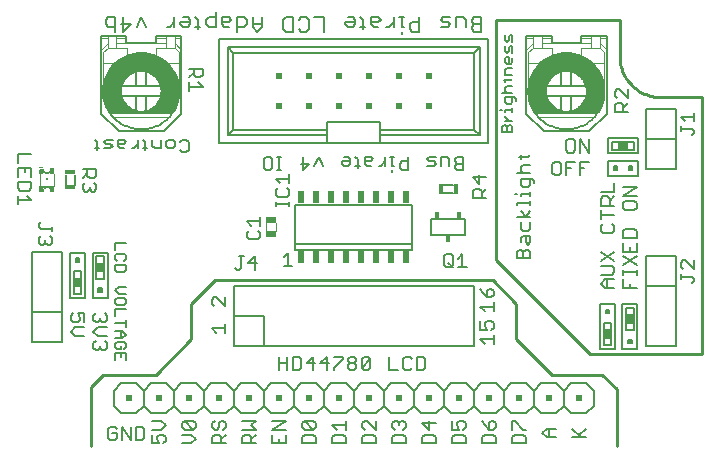
<source format=gto>
G75*
G70*
%OFA0B0*%
%FSLAX24Y24*%
%IPPOS*%
%LPD*%
%AMOC8*
5,1,8,0,0,1.08239X$1,22.5*
%
%ADD10C,0.0080*%
%ADD11C,0.0060*%
%ADD12C,0.0050*%
%ADD13C,0.0100*%
%ADD14R,0.0200X0.0200*%
%ADD15R,0.0193X0.0433*%
%ADD16C,0.0040*%
%ADD17R,0.0128X0.0197*%
%ADD18R,0.0059X0.0098*%
%ADD19R,0.0157X0.0069*%
%ADD20R,0.0079X0.0079*%
%ADD21R,0.0118X0.0118*%
%ADD22R,0.0128X0.0030*%
%ADD23R,0.0340X0.0160*%
%ADD24R,0.0374X0.0197*%
%ADD25R,0.0374X0.0197*%
%ADD26R,0.0180X0.0230*%
%ADD27R,0.0160X0.0340*%
D10*
X013711Y005947D02*
X013711Y006367D01*
X013711Y006157D02*
X013991Y006157D01*
X013991Y006367D02*
X013991Y005947D01*
X014171Y005947D02*
X014381Y005947D01*
X014451Y006017D01*
X014451Y006297D01*
X014381Y006367D01*
X014171Y006367D01*
X014171Y005947D01*
X014632Y006157D02*
X014842Y006367D01*
X014842Y005947D01*
X014912Y006157D02*
X014632Y006157D01*
X015092Y006157D02*
X015372Y006157D01*
X015302Y005947D02*
X015302Y006367D01*
X015092Y006157D01*
X015552Y006017D02*
X015552Y005947D01*
X015552Y006017D02*
X015833Y006297D01*
X015833Y006367D01*
X015552Y006367D01*
X016013Y006297D02*
X016013Y006227D01*
X016083Y006157D01*
X016223Y006157D01*
X016293Y006087D01*
X016293Y006017D01*
X016223Y005947D01*
X016083Y005947D01*
X016013Y006017D01*
X016013Y006087D01*
X016083Y006157D01*
X016223Y006157D02*
X016293Y006227D01*
X016293Y006297D01*
X016223Y006367D01*
X016083Y006367D01*
X016013Y006297D01*
X016473Y006297D02*
X016473Y006017D01*
X016753Y006297D01*
X016753Y006017D01*
X016683Y005947D01*
X016543Y005947D01*
X016473Y006017D01*
X016473Y006297D02*
X016543Y006367D01*
X016683Y006367D01*
X016753Y006297D01*
X017394Y006367D02*
X017394Y005947D01*
X017674Y005947D01*
X017854Y006017D02*
X017924Y005947D01*
X018064Y005947D01*
X018134Y006017D01*
X018314Y005947D02*
X018525Y005947D01*
X018595Y006017D01*
X018595Y006297D01*
X018525Y006367D01*
X018314Y006367D01*
X018314Y005947D01*
X017854Y006017D02*
X017854Y006297D01*
X017924Y006367D01*
X018064Y006367D01*
X018134Y006297D01*
X021651Y009657D02*
X021651Y009868D01*
X021721Y009938D01*
X021791Y009938D01*
X021861Y009868D01*
X021861Y009657D01*
X022071Y009657D02*
X022071Y009868D01*
X022001Y009938D01*
X021931Y009938D01*
X021861Y009868D01*
X022071Y009657D02*
X021651Y009657D01*
X021791Y010188D02*
X021791Y010328D01*
X021861Y010398D01*
X022071Y010398D01*
X022071Y010188D01*
X022001Y010118D01*
X021931Y010188D01*
X021931Y010398D01*
X022001Y010578D02*
X022071Y010648D01*
X022071Y010858D01*
X022071Y011039D02*
X021651Y011039D01*
X021791Y010858D02*
X021791Y010648D01*
X021861Y010578D01*
X022001Y010578D01*
X021931Y011039D02*
X021791Y011249D01*
X021651Y011422D02*
X021651Y011492D01*
X022071Y011492D01*
X022071Y011422D02*
X022071Y011562D01*
X022071Y011729D02*
X022071Y011869D01*
X022071Y011799D02*
X021791Y011799D01*
X021791Y011729D01*
X021651Y011799D02*
X021580Y011799D01*
X021861Y012036D02*
X021791Y012106D01*
X021791Y012316D01*
X022141Y012316D01*
X022211Y012246D01*
X022211Y012176D01*
X022071Y012106D02*
X022071Y012316D01*
X022071Y012496D02*
X021651Y012496D01*
X021791Y012566D02*
X021791Y012706D01*
X021861Y012777D01*
X022071Y012777D01*
X022001Y013027D02*
X021721Y013027D01*
X021791Y012957D02*
X021791Y013097D01*
X022001Y013027D02*
X022071Y013097D01*
X021791Y012566D02*
X021861Y012496D01*
X022071Y012106D02*
X022001Y012036D01*
X021861Y012036D01*
X022071Y011249D02*
X021931Y011039D01*
X019854Y012606D02*
X019644Y012606D01*
X019574Y012676D01*
X019574Y012746D01*
X019644Y012817D01*
X019854Y012817D01*
X019854Y013027D02*
X019854Y012606D01*
X019644Y012817D02*
X019574Y012887D01*
X019574Y012957D01*
X019644Y013027D01*
X019854Y013027D01*
X019394Y012957D02*
X019394Y012746D01*
X019394Y012957D02*
X019324Y013027D01*
X019114Y013027D01*
X019114Y012746D01*
X018934Y012817D02*
X018864Y012746D01*
X018653Y012746D01*
X018723Y012887D02*
X018653Y012957D01*
X018723Y013027D01*
X018934Y013027D01*
X018864Y012887D02*
X018934Y012817D01*
X018864Y012887D02*
X018723Y012887D01*
X018013Y012887D02*
X017803Y012887D01*
X017733Y012817D01*
X017733Y012676D01*
X017803Y012606D01*
X018013Y012606D01*
X018013Y013027D01*
X017553Y013027D02*
X017412Y013027D01*
X017483Y013027D02*
X017483Y012746D01*
X017553Y012746D01*
X017483Y012606D02*
X017483Y012536D01*
X017246Y012746D02*
X017246Y013027D01*
X017246Y012887D02*
X017106Y012746D01*
X017036Y012746D01*
X016792Y012746D02*
X016652Y012746D01*
X016582Y012817D01*
X016582Y013027D01*
X016792Y013027D01*
X016862Y012957D01*
X016792Y012887D01*
X016582Y012887D01*
X016402Y012746D02*
X016262Y012746D01*
X016332Y012676D02*
X016332Y012957D01*
X016262Y013027D01*
X016095Y012957D02*
X016095Y012817D01*
X016025Y012746D01*
X015885Y012746D01*
X015815Y012817D01*
X015815Y012887D01*
X016095Y012887D01*
X016095Y012957D02*
X016025Y013027D01*
X015885Y013027D01*
X015174Y012746D02*
X015034Y013027D01*
X014894Y012746D01*
X014714Y012817D02*
X014434Y012817D01*
X014504Y013027D02*
X014504Y012606D01*
X014714Y012817D01*
X013793Y013027D02*
X013653Y013027D01*
X013723Y013027D02*
X013723Y012606D01*
X013793Y012606D02*
X013653Y012606D01*
X013486Y012676D02*
X013486Y012957D01*
X013416Y013027D01*
X013276Y013027D01*
X013206Y012957D01*
X013206Y012676D01*
X013276Y012606D01*
X013416Y012606D01*
X013486Y012676D01*
X010696Y013263D02*
X010696Y013543D01*
X010626Y013613D01*
X010486Y013613D01*
X010416Y013543D01*
X010236Y013543D02*
X010166Y013613D01*
X010025Y013613D01*
X009955Y013543D01*
X009955Y013403D01*
X010025Y013333D01*
X010166Y013333D01*
X010236Y013403D01*
X010236Y013543D01*
X010416Y013263D02*
X010486Y013193D01*
X010626Y013193D01*
X010696Y013263D01*
X009775Y013333D02*
X009565Y013333D01*
X009495Y013403D01*
X009495Y013613D01*
X009245Y013543D02*
X009175Y013613D01*
X009245Y013543D02*
X009245Y013263D01*
X009315Y013333D02*
X009175Y013333D01*
X009008Y013333D02*
X009008Y013613D01*
X009008Y013473D02*
X008868Y013333D01*
X008798Y013333D01*
X008554Y013333D02*
X008414Y013333D01*
X008344Y013403D01*
X008344Y013613D01*
X008554Y013613D01*
X008624Y013543D01*
X008554Y013473D01*
X008344Y013473D01*
X008164Y013403D02*
X008094Y013333D01*
X007884Y013333D01*
X007954Y013473D02*
X007884Y013543D01*
X007954Y013613D01*
X008164Y013613D01*
X008094Y013473D02*
X008164Y013403D01*
X008094Y013473D02*
X007954Y013473D01*
X007704Y013333D02*
X007564Y013333D01*
X007634Y013263D02*
X007634Y013543D01*
X007564Y013613D01*
X009775Y013613D02*
X009775Y013333D01*
X008527Y017216D02*
X008767Y017457D01*
X008447Y017457D01*
X008252Y017377D02*
X008011Y017377D01*
X007931Y017457D01*
X007931Y017617D01*
X008011Y017697D01*
X008252Y017697D01*
X008252Y017216D01*
X008527Y017216D02*
X008527Y017697D01*
X008963Y017377D02*
X009123Y017697D01*
X009283Y017377D01*
X009988Y017377D02*
X010068Y017377D01*
X010228Y017537D01*
X010228Y017697D02*
X010228Y017377D01*
X010424Y017457D02*
X010424Y017537D01*
X010744Y017537D01*
X010744Y017617D02*
X010744Y017457D01*
X010664Y017377D01*
X010504Y017377D01*
X010424Y017457D01*
X010504Y017697D02*
X010664Y017697D01*
X010744Y017617D01*
X010928Y017697D02*
X011008Y017617D01*
X011008Y017296D01*
X011088Y017377D02*
X010928Y017377D01*
X011283Y017457D02*
X011283Y017617D01*
X011363Y017697D01*
X011603Y017697D01*
X011603Y017857D02*
X011603Y017377D01*
X011363Y017377D01*
X011283Y017457D01*
X011799Y017457D02*
X011799Y017697D01*
X012039Y017697D01*
X012119Y017617D01*
X012039Y017537D01*
X011799Y017537D01*
X011799Y017457D02*
X011879Y017377D01*
X012039Y017377D01*
X012314Y017377D02*
X012554Y017377D01*
X012635Y017457D01*
X012635Y017617D01*
X012554Y017697D01*
X012314Y017697D01*
X012314Y017216D01*
X012830Y017377D02*
X012830Y017697D01*
X012830Y017457D02*
X013150Y017457D01*
X013150Y017377D02*
X012990Y017216D01*
X012830Y017377D01*
X013150Y017377D02*
X013150Y017697D01*
X013861Y017617D02*
X013861Y017296D01*
X013941Y017216D01*
X014181Y017216D01*
X014181Y017697D01*
X013941Y017697D01*
X013861Y017617D01*
X014377Y017617D02*
X014457Y017697D01*
X014617Y017697D01*
X014697Y017617D01*
X014697Y017296D01*
X014617Y017216D01*
X014457Y017216D01*
X014377Y017296D01*
X014892Y017697D02*
X015213Y017697D01*
X015213Y017216D01*
X015924Y017457D02*
X015924Y017537D01*
X016244Y017537D01*
X016244Y017617D02*
X016244Y017457D01*
X016164Y017377D01*
X016004Y017377D01*
X015924Y017457D01*
X016004Y017697D02*
X016164Y017697D01*
X016244Y017617D01*
X016428Y017697D02*
X016508Y017617D01*
X016508Y017296D01*
X016588Y017377D02*
X016428Y017377D01*
X016783Y017457D02*
X016783Y017697D01*
X017023Y017697D01*
X017103Y017617D01*
X017023Y017537D01*
X016783Y017537D01*
X016783Y017457D02*
X016863Y017377D01*
X017023Y017377D01*
X017293Y017377D02*
X017373Y017377D01*
X017533Y017537D01*
X017533Y017697D02*
X017533Y017377D01*
X017797Y017377D02*
X017797Y017697D01*
X017877Y017697D02*
X017717Y017697D01*
X017797Y017377D02*
X017877Y017377D01*
X017797Y017216D02*
X017797Y017136D01*
X018072Y017296D02*
X018072Y017457D01*
X018152Y017537D01*
X018392Y017537D01*
X018392Y017697D02*
X018392Y017216D01*
X018152Y017216D01*
X018072Y017296D01*
X019103Y017377D02*
X019344Y017377D01*
X019424Y017457D01*
X019344Y017537D01*
X019183Y017537D01*
X019103Y017617D01*
X019183Y017697D01*
X019424Y017697D01*
X019619Y017697D02*
X019619Y017377D01*
X019619Y017697D02*
X019859Y017697D01*
X019939Y017617D01*
X019939Y017377D01*
X020135Y017377D02*
X020215Y017457D01*
X020455Y017457D01*
X020455Y017697D02*
X020215Y017697D01*
X020135Y017617D01*
X020135Y017537D01*
X020215Y017457D01*
X020135Y017377D02*
X020135Y017296D01*
X020215Y017216D01*
X020455Y017216D01*
X020455Y017697D01*
D11*
X020682Y016960D02*
X020682Y013495D01*
X017091Y013495D01*
X017091Y014220D01*
X015320Y014220D01*
X015320Y013495D01*
X011729Y013495D01*
X011729Y016960D01*
X020682Y016960D01*
X020410Y016688D02*
X020229Y016507D01*
X020229Y013948D01*
X020410Y013767D01*
X017091Y013767D01*
X017091Y013948D02*
X020229Y013948D01*
X020410Y013767D02*
X020410Y016688D01*
X012001Y016688D01*
X012182Y016507D01*
X012182Y013948D01*
X012001Y013767D01*
X015320Y013767D01*
X015320Y013948D02*
X012182Y013948D01*
X012001Y013767D02*
X012001Y016688D01*
X012182Y016507D02*
X020229Y016507D01*
X021951Y017078D02*
X022796Y017078D01*
X022796Y016842D01*
X023788Y016842D01*
X023788Y017078D01*
X024633Y017078D01*
X024633Y014480D01*
X024042Y013889D01*
X022542Y013889D01*
X021951Y014480D01*
X021951Y017078D01*
X022606Y016296D02*
X022765Y016383D01*
X022934Y016446D01*
X023111Y016484D01*
X023292Y016497D01*
X023292Y015911D01*
X023399Y015902D01*
X023503Y015877D01*
X023602Y015836D01*
X023693Y015780D01*
X023775Y015711D01*
X024464Y015711D01*
X024447Y015755D02*
X024510Y015585D01*
X024549Y015408D01*
X024562Y015228D01*
X024552Y015070D01*
X024523Y014916D01*
X024475Y014766D01*
X024409Y014623D01*
X024325Y014490D01*
X023292Y014490D01*
X023292Y014545D01*
X023399Y014553D01*
X023503Y014578D01*
X023602Y014619D01*
X023693Y014675D01*
X023775Y014745D01*
X023845Y014826D01*
X023901Y014918D01*
X023942Y015017D01*
X023967Y015121D01*
X023975Y015228D01*
X023967Y015335D01*
X023942Y015439D01*
X023901Y015538D01*
X023845Y015629D01*
X023775Y015711D01*
X023825Y015652D02*
X024485Y015652D01*
X024507Y015594D02*
X023866Y015594D01*
X023902Y015535D02*
X024521Y015535D01*
X024534Y015477D02*
X023926Y015477D01*
X023947Y015418D02*
X024547Y015418D01*
X024552Y015360D02*
X023961Y015360D01*
X023955Y015393D02*
X022629Y015393D01*
X022637Y015418D02*
X022037Y015418D01*
X022035Y015408D02*
X022074Y015585D01*
X022137Y015755D01*
X022224Y015914D01*
X022332Y016059D01*
X022461Y016187D01*
X022606Y016296D01*
X023292Y016296D01*
X023978Y016296D01*
X023819Y016383D01*
X023650Y016446D01*
X023473Y016484D01*
X023292Y016497D01*
X023292Y015911D01*
X023185Y015902D01*
X023081Y015877D01*
X022982Y015836D01*
X022890Y015780D01*
X022809Y015711D01*
X022120Y015711D01*
X022099Y015652D02*
X022759Y015652D01*
X022739Y015629D02*
X022683Y015538D01*
X022642Y015439D01*
X022617Y015335D01*
X022609Y015228D01*
X022617Y015121D01*
X022642Y015017D01*
X022683Y014918D01*
X022739Y014826D01*
X022809Y014745D01*
X022890Y014675D01*
X022982Y014619D01*
X023081Y014578D01*
X023185Y014553D01*
X023292Y014545D01*
X023292Y014490D01*
X022259Y014490D01*
X022175Y014623D01*
X022109Y014766D01*
X022060Y014916D01*
X022032Y015070D01*
X022022Y015228D01*
X022035Y015408D01*
X022032Y015360D02*
X022623Y015360D01*
X022615Y015301D02*
X022027Y015301D01*
X022023Y015242D02*
X022610Y015242D01*
X022612Y015184D02*
X022025Y015184D01*
X022028Y015125D02*
X022617Y015125D01*
X022630Y015067D02*
X022032Y015067D01*
X022043Y015008D02*
X022646Y015008D01*
X022629Y015062D02*
X023955Y015062D01*
X023954Y015067D02*
X024552Y015067D01*
X024556Y015125D02*
X023967Y015125D01*
X023972Y015184D02*
X024559Y015184D01*
X024561Y015242D02*
X023974Y015242D01*
X023969Y015301D02*
X024556Y015301D01*
X024541Y015008D02*
X023938Y015008D01*
X023914Y014950D02*
X024530Y014950D01*
X024516Y014891D02*
X023884Y014891D01*
X023849Y014833D02*
X024497Y014833D01*
X024478Y014774D02*
X023800Y014774D01*
X023741Y014716D02*
X024452Y014716D01*
X024425Y014657D02*
X023664Y014657D01*
X023552Y014598D02*
X024394Y014598D01*
X024357Y014540D02*
X023292Y014540D01*
X022227Y014540D01*
X022259Y014490D02*
X024325Y014490D01*
X024896Y014534D02*
X024896Y014754D01*
X024970Y014827D01*
X025117Y014827D01*
X025190Y014754D01*
X025190Y014534D01*
X025190Y014681D02*
X025337Y014827D01*
X025337Y014994D02*
X025043Y015288D01*
X024970Y015288D01*
X024896Y015214D01*
X024896Y015068D01*
X024970Y014994D01*
X025337Y014994D02*
X025337Y015288D01*
X025942Y014653D02*
X025942Y013653D01*
X026942Y013653D01*
X026942Y012653D01*
X025942Y012653D01*
X025942Y013653D01*
X026942Y013653D02*
X026942Y014653D01*
X025942Y014653D01*
X025337Y014534D02*
X024896Y014534D01*
X023457Y014565D02*
X023457Y015062D01*
X022022Y015228D02*
X022024Y015299D01*
X022030Y015370D01*
X022040Y015441D01*
X022054Y015511D01*
X022072Y015580D01*
X022093Y015647D01*
X022119Y015714D01*
X022148Y015779D01*
X022180Y015842D01*
X022217Y015904D01*
X022256Y015963D01*
X022299Y016020D01*
X022345Y016074D01*
X022394Y016126D01*
X022446Y016175D01*
X022500Y016221D01*
X022557Y016264D01*
X022616Y016303D01*
X022678Y016340D01*
X022741Y016372D01*
X022806Y016401D01*
X022873Y016427D01*
X022940Y016448D01*
X023009Y016466D01*
X023079Y016480D01*
X023150Y016490D01*
X023221Y016496D01*
X023292Y016498D01*
X023363Y016496D01*
X023434Y016490D01*
X023505Y016480D01*
X023575Y016466D01*
X023644Y016448D01*
X023711Y016427D01*
X023778Y016401D01*
X023843Y016372D01*
X023906Y016340D01*
X023968Y016303D01*
X024027Y016264D01*
X024084Y016221D01*
X024138Y016175D01*
X024190Y016126D01*
X024239Y016074D01*
X024285Y016020D01*
X024328Y015963D01*
X024367Y015904D01*
X024404Y015842D01*
X024436Y015779D01*
X024465Y015714D01*
X024491Y015647D01*
X024512Y015580D01*
X024530Y015511D01*
X024544Y015441D01*
X024554Y015370D01*
X024560Y015299D01*
X024562Y015228D01*
X024560Y015157D01*
X024554Y015086D01*
X024544Y015015D01*
X024530Y014945D01*
X024512Y014876D01*
X024491Y014809D01*
X024465Y014742D01*
X024436Y014677D01*
X024404Y014614D01*
X024367Y014552D01*
X024328Y014493D01*
X024285Y014436D01*
X024239Y014382D01*
X024190Y014330D01*
X024138Y014281D01*
X024084Y014235D01*
X024027Y014192D01*
X023968Y014153D01*
X023906Y014116D01*
X023843Y014084D01*
X023778Y014055D01*
X023711Y014029D01*
X023644Y014008D01*
X023575Y013990D01*
X023505Y013976D01*
X023434Y013966D01*
X023363Y013960D01*
X023292Y013958D01*
X023221Y013960D01*
X023150Y013966D01*
X023079Y013976D01*
X023009Y013990D01*
X022940Y014008D01*
X022873Y014029D01*
X022806Y014055D01*
X022741Y014084D01*
X022678Y014116D01*
X022616Y014153D01*
X022557Y014192D01*
X022500Y014235D01*
X022446Y014281D01*
X022394Y014330D01*
X022345Y014382D01*
X022299Y014436D01*
X022256Y014493D01*
X022217Y014552D01*
X022180Y014614D01*
X022148Y014677D01*
X022119Y014742D01*
X022093Y014809D01*
X022072Y014876D01*
X022054Y014945D01*
X022040Y015015D01*
X022030Y015086D01*
X022024Y015157D01*
X022022Y015228D01*
X022050Y015477D02*
X022658Y015477D01*
X022682Y015535D02*
X022063Y015535D01*
X022077Y015594D02*
X022718Y015594D01*
X022739Y015629D02*
X022809Y015711D01*
X022878Y015769D02*
X022145Y015769D01*
X022177Y015828D02*
X022968Y015828D01*
X023119Y015886D02*
X022209Y015886D01*
X022247Y015945D02*
X023292Y015945D01*
X024337Y015945D01*
X024360Y015914D02*
X024252Y016059D01*
X024123Y016187D01*
X023978Y016296D01*
X024056Y016238D02*
X023292Y016238D01*
X022528Y016238D01*
X022452Y016179D02*
X023292Y016179D01*
X024132Y016179D01*
X024190Y016121D02*
X023292Y016121D01*
X022394Y016121D01*
X022335Y016062D02*
X023292Y016062D01*
X024249Y016062D01*
X024293Y016004D02*
X023292Y016004D01*
X022291Y016004D01*
X022713Y016355D02*
X023292Y016355D01*
X023871Y016355D01*
X023737Y016413D02*
X023292Y016413D01*
X022847Y016413D01*
X023053Y016472D02*
X023292Y016472D01*
X023531Y016472D01*
X023457Y015890D02*
X023457Y015393D01*
X022609Y015228D02*
X022611Y015280D01*
X022617Y015331D01*
X022627Y015382D01*
X022640Y015432D01*
X022657Y015480D01*
X022678Y015528D01*
X022703Y015573D01*
X022730Y015617D01*
X022761Y015658D01*
X022796Y015697D01*
X022832Y015733D01*
X022872Y015767D01*
X022914Y015797D01*
X022958Y015824D01*
X023004Y015847D01*
X023052Y015867D01*
X023101Y015884D01*
X023151Y015896D01*
X023202Y015905D01*
X023253Y015910D01*
X023305Y015911D01*
X023357Y015908D01*
X023408Y015901D01*
X023458Y015890D01*
X023508Y015876D01*
X023556Y015858D01*
X023603Y015836D01*
X023648Y015811D01*
X023691Y015782D01*
X023732Y015750D01*
X023770Y015716D01*
X023806Y015678D01*
X023838Y015638D01*
X023868Y015595D01*
X023894Y015551D01*
X023917Y015504D01*
X023936Y015456D01*
X023951Y015407D01*
X023963Y015356D01*
X023971Y015305D01*
X023975Y015254D01*
X023975Y015202D01*
X023971Y015151D01*
X023963Y015100D01*
X023951Y015049D01*
X023936Y015000D01*
X023917Y014952D01*
X023894Y014905D01*
X023868Y014861D01*
X023838Y014818D01*
X023806Y014778D01*
X023770Y014740D01*
X023732Y014706D01*
X023691Y014674D01*
X023648Y014645D01*
X023603Y014620D01*
X023556Y014598D01*
X023508Y014580D01*
X023458Y014566D01*
X023408Y014555D01*
X023357Y014548D01*
X023305Y014545D01*
X023253Y014546D01*
X023202Y014551D01*
X023151Y014560D01*
X023101Y014572D01*
X023052Y014589D01*
X023004Y014609D01*
X022958Y014632D01*
X022914Y014659D01*
X022872Y014689D01*
X022832Y014723D01*
X022796Y014759D01*
X022761Y014798D01*
X022730Y014839D01*
X022703Y014883D01*
X022678Y014928D01*
X022657Y014976D01*
X022640Y015024D01*
X022627Y015074D01*
X022617Y015125D01*
X022611Y015176D01*
X022609Y015228D01*
X022670Y014950D02*
X022054Y014950D01*
X022068Y014891D02*
X022700Y014891D01*
X022735Y014833D02*
X022087Y014833D01*
X022106Y014774D02*
X022784Y014774D01*
X022843Y014716D02*
X022132Y014716D01*
X022159Y014657D02*
X022920Y014657D01*
X023032Y014598D02*
X022190Y014598D01*
X023127Y014565D02*
X023127Y015062D01*
X023127Y015393D02*
X023127Y015890D01*
X023465Y015886D02*
X024375Y015886D01*
X024360Y015914D02*
X024447Y015755D01*
X024439Y015769D02*
X023706Y015769D01*
X023616Y015828D02*
X024407Y015828D01*
X027096Y014369D02*
X027537Y014369D01*
X027537Y014223D02*
X027537Y014516D01*
X027243Y014223D02*
X027096Y014369D01*
X027096Y014056D02*
X027096Y013909D01*
X027096Y013982D02*
X027463Y013982D01*
X027537Y013909D01*
X027537Y013836D01*
X027463Y013762D01*
X026942Y009724D02*
X025942Y009724D01*
X025942Y008724D01*
X026942Y008724D01*
X026942Y006724D01*
X025942Y006724D02*
X025942Y008724D01*
X026942Y008724D02*
X026942Y009724D01*
X027096Y009514D02*
X027096Y009367D01*
X027170Y009293D01*
X027096Y009127D02*
X027096Y008980D01*
X027096Y009053D02*
X027463Y009053D01*
X027537Y008980D01*
X027537Y008906D01*
X027463Y008833D01*
X027537Y009293D02*
X027243Y009587D01*
X027170Y009587D01*
X027096Y009514D01*
X027537Y009587D02*
X027537Y009293D01*
X023955Y005491D02*
X023455Y005491D01*
X023205Y005241D01*
X023205Y004741D01*
X023455Y004491D01*
X023955Y004491D01*
X024205Y004741D01*
X024205Y005241D01*
X023955Y005491D01*
X023205Y005241D02*
X022955Y005491D01*
X022455Y005491D01*
X022205Y005241D01*
X022205Y004741D01*
X021955Y004491D01*
X021455Y004491D01*
X021205Y004741D01*
X020955Y004491D01*
X020455Y004491D01*
X020205Y004741D01*
X019955Y004491D01*
X019455Y004491D01*
X019205Y004741D01*
X018955Y004491D01*
X018455Y004491D01*
X018205Y004741D01*
X017955Y004491D01*
X017455Y004491D01*
X017205Y004741D01*
X016955Y004491D01*
X016455Y004491D01*
X016205Y004741D01*
X015955Y004491D01*
X015455Y004491D01*
X015205Y004741D01*
X014955Y004491D01*
X014455Y004491D01*
X014205Y004741D01*
X013955Y004491D01*
X013455Y004491D01*
X013205Y004741D01*
X012955Y004491D01*
X012455Y004491D01*
X012205Y004741D01*
X011955Y004491D01*
X011455Y004491D01*
X011205Y004741D01*
X010955Y004491D01*
X010455Y004491D01*
X010205Y004741D01*
X009955Y004491D01*
X009455Y004491D01*
X009205Y004741D01*
X008955Y004491D01*
X008455Y004491D01*
X008205Y004741D01*
X008205Y005241D01*
X008455Y005491D01*
X008955Y005491D01*
X009205Y005241D01*
X009455Y005491D01*
X009955Y005491D01*
X010205Y005241D01*
X010205Y004741D01*
X010205Y005241D02*
X010455Y005491D01*
X010955Y005491D01*
X011205Y005241D01*
X011455Y005491D01*
X011955Y005491D01*
X012205Y005241D01*
X012455Y005491D01*
X012955Y005491D01*
X013205Y005241D01*
X013205Y004741D01*
X013205Y005241D02*
X013455Y005491D01*
X013955Y005491D01*
X014205Y005241D01*
X014455Y005491D01*
X014955Y005491D01*
X015205Y005241D01*
X015455Y005491D01*
X015955Y005491D01*
X016205Y005241D01*
X016205Y004741D01*
X016205Y005241D02*
X016455Y005491D01*
X016955Y005491D01*
X017205Y005241D01*
X017455Y005491D01*
X017955Y005491D01*
X018205Y005241D01*
X018455Y005491D01*
X018955Y005491D01*
X019205Y005241D01*
X019205Y004741D01*
X019205Y005241D02*
X019455Y005491D01*
X019955Y005491D01*
X020205Y005241D01*
X020455Y005491D01*
X020955Y005491D01*
X021205Y005241D01*
X021455Y005491D01*
X021955Y005491D01*
X022205Y005241D01*
X022205Y004741D02*
X022455Y004491D01*
X022955Y004491D01*
X023205Y004741D01*
X022933Y003981D02*
X022639Y003981D01*
X022492Y003835D01*
X022639Y003688D01*
X022933Y003688D01*
X022713Y003688D02*
X022713Y003981D01*
X021933Y003951D02*
X021859Y003951D01*
X021566Y004245D01*
X021492Y004245D01*
X021492Y003951D01*
X021566Y003785D02*
X021492Y003711D01*
X021492Y003491D01*
X021933Y003491D01*
X021933Y003711D01*
X021859Y003785D01*
X021566Y003785D01*
X020933Y003711D02*
X020933Y003491D01*
X020492Y003491D01*
X020492Y003711D01*
X020566Y003785D01*
X020859Y003785D01*
X020933Y003711D01*
X020859Y003951D02*
X020933Y004025D01*
X020933Y004172D01*
X020859Y004245D01*
X020786Y004245D01*
X020713Y004172D01*
X020713Y003951D01*
X020859Y003951D01*
X020713Y003951D02*
X020566Y004098D01*
X020492Y004245D01*
X019933Y004172D02*
X019933Y004025D01*
X019859Y003951D01*
X019713Y003951D02*
X019639Y004098D01*
X019639Y004172D01*
X019713Y004245D01*
X019859Y004245D01*
X019933Y004172D01*
X019713Y003951D02*
X019492Y003951D01*
X019492Y004245D01*
X018933Y004172D02*
X018492Y004172D01*
X018713Y003951D01*
X018713Y004245D01*
X018205Y004741D02*
X018205Y005241D01*
X017205Y005241D02*
X017205Y004741D01*
X016933Y004245D02*
X016933Y003951D01*
X016639Y004245D01*
X016566Y004245D01*
X016492Y004172D01*
X016492Y004025D01*
X016566Y003951D01*
X016566Y003785D02*
X016492Y003711D01*
X016492Y003491D01*
X016933Y003491D01*
X016933Y003711D01*
X016859Y003785D01*
X016566Y003785D01*
X015933Y003711D02*
X015933Y003491D01*
X015492Y003491D01*
X015492Y003711D01*
X015566Y003785D01*
X015859Y003785D01*
X015933Y003711D01*
X015933Y003951D02*
X015933Y004245D01*
X015933Y004098D02*
X015492Y004098D01*
X015639Y003951D01*
X014933Y004025D02*
X014859Y003951D01*
X014566Y004245D01*
X014859Y004245D01*
X014933Y004172D01*
X014933Y004025D01*
X014859Y003951D02*
X014566Y003951D01*
X014492Y004025D01*
X014492Y004172D01*
X014566Y004245D01*
X014205Y004741D02*
X014205Y005241D01*
X015205Y005241D02*
X015205Y004741D01*
X013933Y004245D02*
X013492Y004245D01*
X013492Y003951D02*
X013933Y004245D01*
X013933Y003951D02*
X013492Y003951D01*
X013492Y003785D02*
X013492Y003491D01*
X013933Y003491D01*
X013933Y003785D01*
X013713Y003638D02*
X013713Y003491D01*
X014492Y003491D02*
X014492Y003711D01*
X014566Y003785D01*
X014859Y003785D01*
X014933Y003711D01*
X014933Y003491D01*
X014492Y003491D01*
X012933Y003491D02*
X012492Y003491D01*
X012492Y003711D01*
X012566Y003785D01*
X012713Y003785D01*
X012786Y003711D01*
X012786Y003491D01*
X012786Y003638D02*
X012933Y003785D01*
X012933Y003951D02*
X012492Y003951D01*
X012786Y004098D02*
X012933Y004245D01*
X012492Y004245D01*
X012786Y004098D02*
X012933Y003951D01*
X011933Y004025D02*
X011859Y003951D01*
X011933Y004025D02*
X011933Y004172D01*
X011859Y004245D01*
X011786Y004245D01*
X011713Y004172D01*
X011713Y004025D01*
X011639Y003951D01*
X011566Y003951D01*
X011492Y004025D01*
X011492Y004172D01*
X011566Y004245D01*
X011205Y004741D02*
X011205Y005241D01*
X012205Y005241D02*
X012205Y004741D01*
X010933Y004172D02*
X010933Y004025D01*
X010859Y003951D01*
X010566Y004245D01*
X010859Y004245D01*
X010933Y004172D01*
X010859Y003951D02*
X010566Y003951D01*
X010492Y004025D01*
X010492Y004172D01*
X010566Y004245D01*
X009933Y004098D02*
X009786Y004245D01*
X009492Y004245D01*
X009226Y003970D02*
X009153Y004043D01*
X008933Y004043D01*
X008933Y003603D01*
X009153Y003603D01*
X009226Y003676D01*
X009226Y003970D01*
X009492Y003951D02*
X009786Y003951D01*
X009933Y004098D01*
X009859Y003785D02*
X009713Y003785D01*
X009639Y003711D01*
X009639Y003638D01*
X009713Y003491D01*
X009492Y003491D01*
X009492Y003785D01*
X009859Y003785D02*
X009933Y003711D01*
X009933Y003564D01*
X009859Y003491D01*
X010492Y003491D02*
X010786Y003491D01*
X010933Y003638D01*
X010786Y003785D01*
X010492Y003785D01*
X011492Y003711D02*
X011492Y003491D01*
X011933Y003491D01*
X011786Y003491D02*
X011786Y003711D01*
X011713Y003785D01*
X011566Y003785D01*
X011492Y003711D01*
X011786Y003638D02*
X011933Y003785D01*
X009205Y004741D02*
X009205Y005241D01*
X008766Y004043D02*
X008766Y003603D01*
X008472Y004043D01*
X008472Y003603D01*
X008306Y003676D02*
X008232Y003603D01*
X008085Y003603D01*
X008012Y003676D01*
X008012Y003970D01*
X008085Y004043D01*
X008232Y004043D01*
X008306Y003970D01*
X008306Y003823D02*
X008159Y003823D01*
X008306Y003823D02*
X008306Y003676D01*
X006469Y006854D02*
X005469Y006854D01*
X005469Y007854D01*
X006469Y007854D01*
X006469Y006854D01*
X006469Y007854D02*
X006469Y009854D01*
X006144Y010186D02*
X006071Y010113D01*
X005997Y010113D01*
X005924Y010186D01*
X005851Y010113D01*
X005777Y010113D01*
X005704Y010186D01*
X005704Y010333D01*
X005777Y010407D01*
X005924Y010260D02*
X005924Y010186D01*
X006144Y010186D02*
X006144Y010333D01*
X006071Y010407D01*
X006144Y010573D02*
X006144Y010720D01*
X006144Y010647D02*
X005777Y010647D01*
X005704Y010720D01*
X005704Y010794D01*
X005777Y010867D01*
X005015Y011456D02*
X005015Y011750D01*
X005015Y011603D02*
X005455Y011603D01*
X005308Y011750D01*
X005382Y011916D02*
X005088Y011916D01*
X005015Y011990D01*
X005015Y012210D01*
X005455Y012210D01*
X005455Y011990D01*
X005382Y011916D01*
X005455Y012377D02*
X005455Y012670D01*
X005015Y012670D01*
X005015Y012377D01*
X005235Y012524D02*
X005235Y012670D01*
X005015Y012837D02*
X005015Y013131D01*
X005455Y013131D01*
X006616Y012445D02*
X006616Y012105D01*
X006897Y012105D02*
X006897Y012445D01*
X007180Y012345D02*
X007327Y012492D01*
X007327Y012419D02*
X007327Y012639D01*
X007180Y012639D02*
X007621Y012639D01*
X007621Y012419D01*
X007547Y012345D01*
X007400Y012345D01*
X007327Y012419D01*
X007254Y012178D02*
X007180Y012105D01*
X007180Y011958D01*
X007254Y011885D01*
X007327Y011885D01*
X007400Y011958D01*
X007400Y012032D01*
X007400Y011958D02*
X007474Y011885D01*
X007547Y011885D01*
X007621Y011958D01*
X007621Y012105D01*
X007547Y012178D01*
X008369Y013889D02*
X007778Y014480D01*
X007778Y017078D01*
X008623Y017078D01*
X008623Y016842D01*
X009615Y016842D01*
X009615Y017078D01*
X010459Y017078D01*
X010459Y014480D01*
X009869Y013889D01*
X008369Y013889D01*
X008086Y014490D02*
X009119Y014490D01*
X010152Y014490D01*
X010236Y014623D01*
X010302Y014766D01*
X010350Y014916D01*
X010379Y015070D01*
X010388Y015228D01*
X010376Y015408D01*
X010337Y015585D01*
X010274Y015755D01*
X010187Y015914D01*
X010078Y016059D01*
X009950Y016187D01*
X009805Y016296D01*
X009646Y016383D01*
X009476Y016446D01*
X009299Y016484D01*
X009119Y016497D01*
X009119Y015911D01*
X009226Y015902D01*
X009330Y015877D01*
X009429Y015836D01*
X009520Y015780D01*
X009602Y015711D01*
X009671Y015629D01*
X009727Y015538D01*
X009768Y015439D01*
X009793Y015335D01*
X009802Y015228D01*
X009793Y015121D01*
X009768Y015017D01*
X009727Y014918D01*
X009671Y014826D01*
X009602Y014745D01*
X009520Y014675D01*
X009429Y014619D01*
X009330Y014578D01*
X009226Y014553D01*
X009119Y014545D01*
X009119Y014490D01*
X009119Y014545D01*
X009012Y014553D01*
X008908Y014578D01*
X008809Y014619D01*
X008717Y014675D01*
X008636Y014745D01*
X008566Y014826D01*
X008510Y014918D01*
X008469Y015017D01*
X008444Y015121D01*
X008436Y015228D01*
X008444Y015335D01*
X008469Y015439D01*
X008510Y015538D01*
X008566Y015629D01*
X008636Y015711D01*
X007947Y015711D01*
X007964Y015755D02*
X008051Y015914D01*
X008159Y016059D01*
X008287Y016187D01*
X008432Y016296D01*
X008591Y016383D01*
X008761Y016446D01*
X008938Y016484D01*
X009119Y016497D01*
X009119Y015911D01*
X009012Y015902D01*
X008908Y015877D01*
X008809Y015836D01*
X008717Y015780D01*
X008636Y015711D01*
X008586Y015652D02*
X007925Y015652D01*
X007904Y015594D02*
X008544Y015594D01*
X008509Y015535D02*
X007890Y015535D01*
X007900Y015585D02*
X007862Y015408D01*
X007849Y015228D01*
X007858Y015070D01*
X007887Y014916D01*
X007935Y014766D01*
X008002Y014623D01*
X008086Y014490D01*
X010152Y014490D01*
X010183Y014540D02*
X009119Y014540D01*
X008054Y014540D01*
X008017Y014598D02*
X008858Y014598D01*
X008953Y014565D02*
X008953Y015062D01*
X007849Y015228D02*
X007851Y015299D01*
X007857Y015370D01*
X007867Y015441D01*
X007881Y015511D01*
X007899Y015580D01*
X007920Y015647D01*
X007946Y015714D01*
X007975Y015779D01*
X008007Y015842D01*
X008044Y015904D01*
X008083Y015963D01*
X008126Y016020D01*
X008172Y016074D01*
X008221Y016126D01*
X008273Y016175D01*
X008327Y016221D01*
X008384Y016264D01*
X008443Y016303D01*
X008505Y016340D01*
X008568Y016372D01*
X008633Y016401D01*
X008700Y016427D01*
X008767Y016448D01*
X008836Y016466D01*
X008906Y016480D01*
X008977Y016490D01*
X009048Y016496D01*
X009119Y016498D01*
X009190Y016496D01*
X009261Y016490D01*
X009332Y016480D01*
X009402Y016466D01*
X009471Y016448D01*
X009538Y016427D01*
X009605Y016401D01*
X009670Y016372D01*
X009733Y016340D01*
X009795Y016303D01*
X009854Y016264D01*
X009911Y016221D01*
X009965Y016175D01*
X010017Y016126D01*
X010066Y016074D01*
X010112Y016020D01*
X010155Y015963D01*
X010194Y015904D01*
X010231Y015842D01*
X010263Y015779D01*
X010292Y015714D01*
X010318Y015647D01*
X010339Y015580D01*
X010357Y015511D01*
X010371Y015441D01*
X010381Y015370D01*
X010387Y015299D01*
X010389Y015228D01*
X010387Y015157D01*
X010381Y015086D01*
X010371Y015015D01*
X010357Y014945D01*
X010339Y014876D01*
X010318Y014809D01*
X010292Y014742D01*
X010263Y014677D01*
X010231Y014614D01*
X010194Y014552D01*
X010155Y014493D01*
X010112Y014436D01*
X010066Y014382D01*
X010017Y014330D01*
X009965Y014281D01*
X009911Y014235D01*
X009854Y014192D01*
X009795Y014153D01*
X009733Y014116D01*
X009670Y014084D01*
X009605Y014055D01*
X009538Y014029D01*
X009471Y014008D01*
X009402Y013990D01*
X009332Y013976D01*
X009261Y013966D01*
X009190Y013960D01*
X009119Y013958D01*
X009048Y013960D01*
X008977Y013966D01*
X008906Y013976D01*
X008836Y013990D01*
X008767Y014008D01*
X008700Y014029D01*
X008633Y014055D01*
X008568Y014084D01*
X008505Y014116D01*
X008443Y014153D01*
X008384Y014192D01*
X008327Y014235D01*
X008273Y014281D01*
X008221Y014330D01*
X008172Y014382D01*
X008126Y014436D01*
X008083Y014493D01*
X008044Y014552D01*
X008007Y014614D01*
X007975Y014677D01*
X007946Y014742D01*
X007920Y014809D01*
X007899Y014876D01*
X007881Y014945D01*
X007867Y015015D01*
X007857Y015086D01*
X007851Y015157D01*
X007849Y015228D01*
X007850Y015242D02*
X008437Y015242D01*
X008439Y015184D02*
X007852Y015184D01*
X007855Y015125D02*
X008444Y015125D01*
X008457Y015067D02*
X007859Y015067D01*
X007870Y015008D02*
X008473Y015008D01*
X008456Y015062D02*
X009781Y015062D01*
X009780Y015067D02*
X010378Y015067D01*
X010382Y015125D02*
X009794Y015125D01*
X009798Y015184D02*
X010386Y015184D01*
X010387Y015242D02*
X009801Y015242D01*
X009796Y015301D02*
X010383Y015301D01*
X010379Y015360D02*
X009787Y015360D01*
X009781Y015393D02*
X008456Y015393D01*
X008464Y015418D02*
X007864Y015418D01*
X007858Y015360D02*
X008450Y015360D01*
X008441Y015301D02*
X007854Y015301D01*
X007877Y015477D02*
X008485Y015477D01*
X008704Y015769D02*
X007971Y015769D01*
X007964Y015755D02*
X007900Y015585D01*
X008003Y015828D02*
X008795Y015828D01*
X008945Y015886D02*
X008035Y015886D01*
X008074Y015945D02*
X009119Y015945D01*
X010164Y015945D01*
X010202Y015886D02*
X009292Y015886D01*
X009284Y015890D02*
X009284Y015393D01*
X008436Y015228D02*
X008438Y015280D01*
X008444Y015331D01*
X008454Y015382D01*
X008467Y015432D01*
X008484Y015480D01*
X008505Y015528D01*
X008530Y015573D01*
X008557Y015617D01*
X008588Y015658D01*
X008623Y015697D01*
X008659Y015733D01*
X008699Y015767D01*
X008741Y015797D01*
X008785Y015824D01*
X008831Y015847D01*
X008879Y015867D01*
X008928Y015884D01*
X008978Y015896D01*
X009029Y015905D01*
X009080Y015910D01*
X009132Y015911D01*
X009184Y015908D01*
X009235Y015901D01*
X009285Y015890D01*
X009335Y015876D01*
X009383Y015858D01*
X009430Y015836D01*
X009475Y015811D01*
X009518Y015782D01*
X009559Y015750D01*
X009597Y015716D01*
X009633Y015678D01*
X009665Y015638D01*
X009695Y015595D01*
X009721Y015551D01*
X009744Y015504D01*
X009763Y015456D01*
X009778Y015407D01*
X009790Y015356D01*
X009798Y015305D01*
X009802Y015254D01*
X009802Y015202D01*
X009798Y015151D01*
X009790Y015100D01*
X009778Y015049D01*
X009763Y015000D01*
X009744Y014952D01*
X009721Y014905D01*
X009695Y014861D01*
X009665Y014818D01*
X009633Y014778D01*
X009597Y014740D01*
X009559Y014706D01*
X009518Y014674D01*
X009475Y014645D01*
X009430Y014620D01*
X009383Y014598D01*
X009335Y014580D01*
X009285Y014566D01*
X009235Y014555D01*
X009184Y014548D01*
X009132Y014545D01*
X009080Y014546D01*
X009029Y014551D01*
X008978Y014560D01*
X008928Y014572D01*
X008879Y014589D01*
X008831Y014609D01*
X008785Y014632D01*
X008741Y014659D01*
X008699Y014689D01*
X008659Y014723D01*
X008623Y014759D01*
X008588Y014798D01*
X008557Y014839D01*
X008530Y014883D01*
X008505Y014928D01*
X008484Y014976D01*
X008467Y015024D01*
X008454Y015074D01*
X008444Y015125D01*
X008438Y015176D01*
X008436Y015228D01*
X008497Y014950D02*
X007881Y014950D01*
X007895Y014891D02*
X008526Y014891D01*
X008562Y014833D02*
X007914Y014833D01*
X007933Y014774D02*
X008611Y014774D01*
X008670Y014716D02*
X007959Y014716D01*
X007986Y014657D02*
X008747Y014657D01*
X009284Y014565D02*
X009284Y015062D01*
X009627Y014774D02*
X010305Y014774D01*
X010324Y014833D02*
X009675Y014833D01*
X009711Y014891D02*
X010342Y014891D01*
X010357Y014950D02*
X009741Y014950D01*
X009765Y015008D02*
X010368Y015008D01*
X010724Y015231D02*
X010724Y015525D01*
X010724Y015378D02*
X011164Y015378D01*
X011017Y015525D01*
X010944Y015692D02*
X010870Y015765D01*
X010870Y015985D01*
X010724Y015985D02*
X011164Y015985D01*
X011164Y015765D01*
X011091Y015692D01*
X010944Y015692D01*
X010870Y015838D02*
X010724Y015692D01*
X010334Y015594D02*
X009693Y015594D01*
X009728Y015535D02*
X010348Y015535D01*
X010361Y015477D02*
X009753Y015477D01*
X009773Y015418D02*
X010373Y015418D01*
X010312Y015652D02*
X009652Y015652D01*
X009602Y015711D02*
X010290Y015711D01*
X010266Y015769D02*
X009533Y015769D01*
X009443Y015828D02*
X010234Y015828D01*
X010120Y016004D02*
X009119Y016004D01*
X008117Y016004D01*
X008162Y016062D02*
X009119Y016062D01*
X010075Y016062D01*
X010017Y016121D02*
X009119Y016121D01*
X008221Y016121D01*
X008279Y016179D02*
X009119Y016179D01*
X009958Y016179D01*
X009883Y016238D02*
X009119Y016238D01*
X008355Y016238D01*
X008433Y016296D02*
X009119Y016296D01*
X009804Y016296D01*
X009697Y016355D02*
X009119Y016355D01*
X008540Y016355D01*
X008673Y016413D02*
X009119Y016413D01*
X009564Y016413D01*
X009358Y016472D02*
X009119Y016472D01*
X008880Y016472D01*
X008953Y015890D02*
X008953Y015393D01*
X009379Y014598D02*
X010220Y014598D01*
X010252Y014657D02*
X009491Y014657D01*
X009568Y014716D02*
X010279Y014716D01*
X013610Y012317D02*
X014050Y012317D01*
X014050Y012171D02*
X014050Y012464D01*
X013757Y012171D02*
X013610Y012317D01*
X013683Y012004D02*
X013610Y011930D01*
X013610Y011784D01*
X013683Y011710D01*
X013977Y011710D01*
X014050Y011784D01*
X014050Y011930D01*
X013977Y012004D01*
X014050Y011550D02*
X014050Y011403D01*
X014050Y011477D02*
X013610Y011477D01*
X013610Y011550D02*
X013610Y011403D01*
X013075Y011041D02*
X013075Y010748D01*
X013075Y010894D02*
X012635Y010894D01*
X012781Y010748D01*
X012708Y010581D02*
X012635Y010507D01*
X012635Y010361D01*
X012708Y010287D01*
X013002Y010287D01*
X013075Y010361D01*
X013075Y010507D01*
X013002Y010581D01*
X013868Y009703D02*
X014015Y009850D01*
X014015Y009410D01*
X013868Y009410D02*
X014162Y009410D01*
X014260Y009952D02*
X014260Y010149D01*
X018150Y010149D01*
X018150Y009952D01*
X014260Y009952D01*
X014260Y010149D02*
X014260Y011448D01*
X018150Y011448D01*
X018150Y010149D01*
X018795Y010440D02*
X019015Y010440D01*
X018795Y010440D02*
X018795Y010760D01*
X018795Y010960D02*
X019915Y010960D01*
X019915Y010440D01*
X019695Y010440D01*
X019915Y010440D02*
X019915Y010760D01*
X019915Y010440D02*
X018795Y010440D01*
X018795Y010960D01*
X019185Y011840D02*
X019525Y011840D01*
X019525Y012120D02*
X019185Y012120D01*
X020172Y011900D02*
X020172Y011679D01*
X020612Y011679D01*
X020466Y011679D02*
X020466Y011900D01*
X020392Y011973D01*
X020245Y011973D01*
X020172Y011900D01*
X020466Y011826D02*
X020612Y011973D01*
X020392Y012140D02*
X020392Y012433D01*
X020172Y012360D02*
X020392Y012140D01*
X020612Y012360D02*
X020172Y012360D01*
X017091Y013495D02*
X015320Y013495D01*
X019214Y009722D02*
X019288Y009796D01*
X019434Y009796D01*
X019508Y009722D01*
X019508Y009429D01*
X019434Y009355D01*
X019288Y009355D01*
X019214Y009429D01*
X019214Y009722D01*
X019361Y009502D02*
X019508Y009355D01*
X019675Y009355D02*
X019968Y009355D01*
X019821Y009355D02*
X019821Y009796D01*
X019675Y009649D01*
X020205Y008747D02*
X012205Y008747D01*
X012205Y007747D01*
X013205Y007747D01*
X013205Y006747D01*
X020205Y006747D01*
X020205Y008747D01*
X020426Y008649D02*
X020500Y008502D01*
X020647Y008355D01*
X020647Y008575D01*
X020720Y008649D01*
X020793Y008649D01*
X020867Y008575D01*
X020867Y008429D01*
X020793Y008355D01*
X020647Y008355D01*
X020867Y008189D02*
X020867Y007895D01*
X020867Y008042D02*
X020426Y008042D01*
X020573Y007895D01*
X020647Y007566D02*
X020793Y007566D01*
X020867Y007493D01*
X020867Y007346D01*
X020793Y007273D01*
X020647Y007273D02*
X020573Y007419D01*
X020573Y007493D01*
X020647Y007566D01*
X020426Y007566D02*
X020426Y007273D01*
X020647Y007273D01*
X020867Y007106D02*
X020867Y006812D01*
X020867Y006959D02*
X020426Y006959D01*
X020573Y006812D01*
X020205Y005241D02*
X020205Y004741D01*
X021205Y004741D02*
X021205Y005241D01*
X019859Y003785D02*
X019566Y003785D01*
X019492Y003711D01*
X019492Y003491D01*
X019933Y003491D01*
X019933Y003711D01*
X019859Y003785D01*
X018933Y003711D02*
X018933Y003491D01*
X018492Y003491D01*
X018492Y003711D01*
X018566Y003785D01*
X018859Y003785D01*
X018933Y003711D01*
X017933Y003711D02*
X017933Y003491D01*
X017492Y003491D01*
X017492Y003711D01*
X017566Y003785D01*
X017859Y003785D01*
X017933Y003711D01*
X017859Y003951D02*
X017933Y004025D01*
X017933Y004172D01*
X017859Y004245D01*
X017786Y004245D01*
X017713Y004172D01*
X017713Y004098D01*
X017713Y004172D02*
X017639Y004245D01*
X017566Y004245D01*
X017492Y004172D01*
X017492Y004025D01*
X017566Y003951D01*
X013205Y006747D02*
X012205Y006747D01*
X012205Y007747D01*
X011910Y008060D02*
X011616Y008354D01*
X011543Y008354D01*
X011470Y008280D01*
X011470Y008133D01*
X011543Y008060D01*
X011910Y008060D02*
X011910Y008354D01*
X011910Y007468D02*
X011910Y007174D01*
X011910Y007321D02*
X011470Y007321D01*
X011616Y007174D01*
X005469Y007854D02*
X005469Y009854D01*
X023492Y003981D02*
X023786Y003688D01*
X023713Y003761D02*
X023933Y003981D01*
X023933Y003688D02*
X023492Y003688D01*
D12*
X024412Y006633D02*
X024412Y008133D01*
X024912Y008133D01*
X024912Y006633D01*
X024412Y006633D01*
X024537Y006758D02*
X024537Y007508D01*
X024787Y007508D01*
X024787Y006758D01*
X024537Y006758D01*
X024537Y007008D02*
X024537Y007258D01*
X024562Y007258D01*
X024562Y007008D01*
X024537Y007008D01*
X024562Y007008D02*
X024612Y007008D01*
X024612Y007258D01*
X024662Y007258D01*
X024662Y007008D01*
X024712Y007008D01*
X024712Y007258D01*
X024762Y007258D01*
X024762Y007008D01*
X024712Y007008D01*
X024662Y007008D02*
X024612Y007008D01*
X024762Y007008D02*
X024787Y007008D01*
X024787Y007258D01*
X024762Y007258D01*
X024712Y007258D02*
X024662Y007258D01*
X024612Y007258D02*
X024562Y007258D01*
X025287Y007258D02*
X025287Y008008D01*
X025537Y008008D01*
X025537Y007258D01*
X025287Y007258D01*
X025350Y006946D02*
X025350Y006821D01*
X025362Y006821D01*
X025362Y006946D01*
X025412Y006946D01*
X025412Y006821D01*
X025462Y006821D01*
X025462Y006946D01*
X025475Y006946D01*
X025475Y006821D01*
X025462Y006821D01*
X025412Y006821D02*
X025362Y006821D01*
X025350Y006946D02*
X025362Y006946D01*
X025412Y006946D02*
X025462Y006946D01*
X025942Y006724D02*
X026942Y006724D01*
X025662Y006633D02*
X025662Y008133D01*
X025162Y008133D01*
X025162Y006633D01*
X025662Y006633D01*
X025537Y007508D02*
X025537Y007758D01*
X025512Y007758D01*
X025512Y007508D01*
X025462Y007508D01*
X025412Y007508D01*
X025412Y007758D01*
X025362Y007758D01*
X025362Y007508D01*
X025312Y007508D01*
X025312Y007758D01*
X025362Y007758D01*
X025312Y007758D02*
X025287Y007758D01*
X025287Y007508D01*
X025312Y007508D01*
X025362Y007508D02*
X025412Y007508D01*
X025462Y007508D02*
X025462Y007758D01*
X025512Y007758D01*
X025462Y007758D02*
X025412Y007758D01*
X025512Y007508D02*
X025537Y007508D01*
X024725Y007821D02*
X024725Y007946D01*
X024712Y007946D01*
X024712Y007821D01*
X024662Y007821D01*
X024662Y007946D01*
X024612Y007946D01*
X024612Y007821D01*
X024600Y007821D01*
X024600Y007946D01*
X024612Y007946D01*
X024662Y007946D02*
X024712Y007946D01*
X024725Y007821D02*
X024712Y007821D01*
X024662Y007821D02*
X024612Y007821D01*
X024587Y008658D02*
X024437Y008808D01*
X024587Y008958D01*
X024887Y008958D01*
X024812Y009119D02*
X024437Y009119D01*
X024662Y008958D02*
X024662Y008658D01*
X024587Y008658D02*
X024887Y008658D01*
X025187Y008658D02*
X025187Y008958D01*
X025187Y009119D02*
X025187Y009269D01*
X025187Y009194D02*
X025637Y009194D01*
X025637Y009119D02*
X025637Y009269D01*
X025637Y009425D02*
X025187Y009726D01*
X025187Y009886D02*
X025637Y009886D01*
X025637Y010186D01*
X025637Y010346D02*
X025637Y010571D01*
X025562Y010646D01*
X025262Y010646D01*
X025187Y010571D01*
X025187Y010346D01*
X025637Y010346D01*
X025412Y010036D02*
X025412Y009886D01*
X025187Y009886D02*
X025187Y010186D01*
X024812Y010500D02*
X024887Y010575D01*
X024887Y010725D01*
X024812Y010800D01*
X024512Y010800D02*
X024437Y010725D01*
X024437Y010575D01*
X024512Y010500D01*
X024812Y010500D01*
X024437Y010960D02*
X024437Y011260D01*
X024437Y011110D02*
X024887Y011110D01*
X024887Y011420D02*
X024437Y011420D01*
X024437Y011646D01*
X024512Y011721D01*
X024662Y011721D01*
X024737Y011646D01*
X024737Y011420D01*
X024737Y011570D02*
X024887Y011721D01*
X024887Y011881D02*
X024887Y012181D01*
X024678Y012411D02*
X025678Y012411D01*
X025678Y012911D01*
X024678Y012911D01*
X024678Y012411D01*
X024865Y012598D02*
X024990Y012598D01*
X024990Y012611D01*
X024865Y012611D01*
X024865Y012661D01*
X024990Y012661D01*
X024990Y012711D01*
X024865Y012711D01*
X024865Y012723D01*
X024990Y012723D01*
X024990Y012711D01*
X024990Y012661D02*
X024990Y012611D01*
X024865Y012598D02*
X024865Y012611D01*
X024865Y012661D02*
X024865Y012711D01*
X025365Y012711D02*
X025490Y012711D01*
X025490Y012661D01*
X025365Y012661D01*
X025365Y012611D01*
X025490Y012611D01*
X025490Y012598D01*
X025365Y012598D01*
X025365Y012611D01*
X025365Y012661D02*
X025365Y012711D01*
X025365Y012723D01*
X025490Y012723D01*
X025490Y012711D01*
X025490Y012661D02*
X025490Y012611D01*
X025678Y013161D02*
X024678Y013161D01*
X024678Y013661D01*
X025678Y013661D01*
X025678Y013161D01*
X025553Y013286D02*
X024803Y013286D01*
X024803Y013536D01*
X025553Y013536D01*
X025553Y013286D01*
X025303Y013286D02*
X025053Y013286D01*
X025053Y013311D01*
X025303Y013311D01*
X025303Y013286D01*
X025303Y013311D02*
X025303Y013361D01*
X025053Y013361D01*
X025053Y013411D01*
X025303Y013411D01*
X025303Y013461D01*
X025053Y013461D01*
X025053Y013511D01*
X025303Y013511D01*
X025303Y013461D01*
X025303Y013511D02*
X025303Y013536D01*
X025053Y013536D01*
X025053Y013511D01*
X025053Y013461D02*
X025053Y013411D01*
X025053Y013361D02*
X025053Y013311D01*
X025303Y013361D02*
X025303Y013411D01*
X024043Y013186D02*
X024043Y013636D01*
X023742Y013636D02*
X024043Y013186D01*
X023742Y013186D02*
X023742Y013636D01*
X023582Y013561D02*
X023507Y013636D01*
X023357Y013636D01*
X023282Y013561D01*
X023282Y013261D01*
X023357Y013186D01*
X023507Y013186D01*
X023582Y013261D01*
X023582Y013561D01*
X023582Y012886D02*
X023282Y012886D01*
X023282Y012436D01*
X023122Y012511D02*
X023122Y012811D01*
X023047Y012886D01*
X022897Y012886D01*
X022822Y012811D01*
X022822Y012511D01*
X022897Y012436D01*
X023047Y012436D01*
X023122Y012511D01*
X023282Y012661D02*
X023432Y012661D01*
X023742Y012661D02*
X023892Y012661D01*
X023742Y012436D02*
X023742Y012886D01*
X024043Y012886D01*
X025187Y012027D02*
X025637Y012027D01*
X025187Y011727D01*
X025637Y011727D01*
X025562Y011567D02*
X025262Y011567D01*
X025187Y011492D01*
X025187Y011342D01*
X025262Y011267D01*
X025562Y011267D01*
X025637Y011342D01*
X025637Y011492D01*
X025562Y011567D01*
X024887Y011881D02*
X024437Y011881D01*
X024437Y009879D02*
X024887Y009579D01*
X024812Y009419D02*
X024437Y009419D01*
X024437Y009579D02*
X024887Y009879D01*
X024812Y009419D02*
X024887Y009344D01*
X024887Y009194D01*
X024812Y009119D01*
X025187Y009425D02*
X025637Y009726D01*
X025412Y008808D02*
X025412Y008658D01*
X025637Y008658D02*
X025187Y008658D01*
X021495Y013875D02*
X021145Y013875D01*
X021145Y014050D01*
X021203Y014108D01*
X021262Y014108D01*
X021320Y014050D01*
X021320Y013875D01*
X021320Y014050D02*
X021379Y014108D01*
X021437Y014108D01*
X021495Y014050D01*
X021495Y013875D01*
X021495Y014243D02*
X021262Y014243D01*
X021379Y014243D02*
X021262Y014360D01*
X021262Y014418D01*
X021262Y014550D02*
X021262Y014608D01*
X021495Y014608D01*
X021495Y014550D02*
X021495Y014667D01*
X021437Y014795D02*
X021495Y014854D01*
X021495Y015029D01*
X021554Y015029D02*
X021262Y015029D01*
X021262Y014854D01*
X021320Y014795D01*
X021437Y014795D01*
X021612Y014912D02*
X021612Y014971D01*
X021554Y015029D01*
X021495Y015164D02*
X021145Y015164D01*
X021262Y015222D02*
X021262Y015339D01*
X021320Y015397D01*
X021495Y015397D01*
X021437Y015590D02*
X021495Y015649D01*
X021437Y015590D02*
X021203Y015590D01*
X021262Y015532D02*
X021262Y015649D01*
X021262Y015778D02*
X021262Y015953D01*
X021320Y016011D01*
X021495Y016011D01*
X021437Y016146D02*
X021320Y016146D01*
X021262Y016204D01*
X021262Y016321D01*
X021320Y016379D01*
X021379Y016379D01*
X021379Y016146D01*
X021437Y016146D02*
X021495Y016204D01*
X021495Y016321D01*
X021495Y016514D02*
X021495Y016689D01*
X021437Y016748D01*
X021379Y016689D01*
X021379Y016573D01*
X021320Y016514D01*
X021262Y016573D01*
X021262Y016748D01*
X021320Y016883D02*
X021262Y016941D01*
X021262Y017116D01*
X021379Y017058D02*
X021379Y016941D01*
X021320Y016883D01*
X021495Y016883D02*
X021495Y017058D01*
X021437Y017116D01*
X021379Y017058D01*
X021495Y015778D02*
X021262Y015778D01*
X021262Y015222D02*
X021320Y015164D01*
X021145Y014608D02*
X021087Y014608D01*
X012991Y009498D02*
X012691Y009498D01*
X012916Y009723D01*
X012916Y009272D01*
X012456Y009347D02*
X012456Y009723D01*
X012531Y009723D02*
X012380Y009723D01*
X012456Y009347D02*
X012380Y009272D01*
X012305Y009272D01*
X012230Y009347D01*
X008608Y009271D02*
X008608Y009446D01*
X008258Y009446D01*
X008258Y009271D01*
X008316Y009213D01*
X008550Y009213D01*
X008608Y009271D01*
X008550Y009581D02*
X008608Y009640D01*
X008608Y009756D01*
X008550Y009815D01*
X008316Y009815D01*
X008258Y009756D01*
X008258Y009640D01*
X008316Y009581D01*
X007999Y009846D02*
X007999Y008346D01*
X007499Y008346D01*
X007499Y009846D01*
X007999Y009846D01*
X007874Y009721D02*
X007874Y008971D01*
X007624Y008971D01*
X007624Y009721D01*
X007874Y009721D01*
X007874Y009471D02*
X007874Y009221D01*
X007849Y009221D01*
X007849Y009471D01*
X007874Y009471D01*
X007849Y009471D02*
X007799Y009471D01*
X007799Y009221D01*
X007749Y009221D01*
X007749Y009471D01*
X007699Y009471D01*
X007699Y009221D01*
X007649Y009221D01*
X007649Y009471D01*
X007699Y009471D01*
X007749Y009471D02*
X007799Y009471D01*
X007649Y009471D02*
X007624Y009471D01*
X007624Y009221D01*
X007649Y009221D01*
X007699Y009221D02*
X007749Y009221D01*
X007799Y009221D02*
X007849Y009221D01*
X007124Y009221D02*
X007124Y008471D01*
X006874Y008471D01*
X006874Y009221D01*
X007124Y009221D01*
X007124Y008971D02*
X007124Y008721D01*
X007099Y008721D01*
X007099Y008971D01*
X007124Y008971D01*
X007099Y008971D02*
X007049Y008971D01*
X007049Y008721D01*
X006999Y008721D01*
X006999Y008971D01*
X006949Y008971D01*
X006949Y008721D01*
X006899Y008721D01*
X006899Y008971D01*
X006949Y008971D01*
X006999Y008971D02*
X007049Y008971D01*
X006899Y008971D02*
X006874Y008971D01*
X006874Y008721D01*
X006899Y008721D01*
X006949Y008721D02*
X006999Y008721D01*
X007049Y008721D02*
X007099Y008721D01*
X007249Y008346D02*
X006749Y008346D01*
X006749Y009846D01*
X007249Y009846D01*
X007249Y008346D01*
X007686Y008533D02*
X007686Y008658D01*
X007699Y008658D01*
X007749Y008658D01*
X007749Y008533D01*
X007799Y008533D01*
X007799Y008658D01*
X007811Y008658D01*
X007811Y008533D01*
X007799Y008533D01*
X007749Y008533D02*
X007699Y008533D01*
X007699Y008658D01*
X007749Y008658D02*
X007799Y008658D01*
X007699Y008533D02*
X007686Y008533D01*
X008258Y008593D02*
X008375Y008476D01*
X008608Y008476D01*
X008550Y008341D02*
X008316Y008341D01*
X008258Y008283D01*
X008258Y008166D01*
X008316Y008108D01*
X008550Y008108D01*
X008608Y008166D01*
X008608Y008283D01*
X008550Y008341D01*
X008258Y008593D02*
X008375Y008710D01*
X008608Y008710D01*
X008608Y007973D02*
X008258Y007973D01*
X008258Y007740D01*
X008258Y007488D02*
X008608Y007488D01*
X008608Y007605D02*
X008608Y007371D01*
X008491Y007237D02*
X008608Y007120D01*
X008491Y007003D01*
X008258Y007003D01*
X008316Y006868D02*
X008258Y006810D01*
X008258Y006693D01*
X008316Y006635D01*
X008433Y006635D01*
X008433Y006752D01*
X008550Y006868D02*
X008316Y006868D01*
X008433Y007003D02*
X008433Y007237D01*
X008491Y007237D02*
X008258Y007237D01*
X007974Y007360D02*
X007674Y007360D01*
X007524Y007210D01*
X007674Y007060D01*
X007974Y007060D01*
X007899Y006900D02*
X007974Y006825D01*
X007974Y006675D01*
X007899Y006600D01*
X007824Y006600D01*
X007749Y006675D01*
X007674Y006600D01*
X007599Y006600D01*
X007524Y006675D01*
X007524Y006825D01*
X007599Y006900D01*
X007749Y006750D02*
X007749Y006675D01*
X008258Y006500D02*
X008258Y006266D01*
X008433Y006383D02*
X008433Y006500D01*
X008608Y006500D02*
X008258Y006500D01*
X008550Y006635D02*
X008608Y006693D01*
X008608Y006810D01*
X008550Y006868D01*
X008608Y006500D02*
X008608Y006266D01*
X007224Y007060D02*
X006924Y007060D01*
X006774Y007210D01*
X006924Y007360D01*
X007224Y007360D01*
X007224Y007521D02*
X007224Y007821D01*
X006999Y007821D01*
X007074Y007671D01*
X007074Y007596D01*
X006999Y007521D01*
X006849Y007521D01*
X006774Y007596D01*
X006774Y007746D01*
X006849Y007821D01*
X007524Y007746D02*
X007524Y007596D01*
X007599Y007521D01*
X007674Y007521D01*
X007749Y007596D01*
X007749Y007671D01*
X007749Y007596D02*
X007824Y007521D01*
X007899Y007521D01*
X007974Y007596D01*
X007974Y007746D01*
X007899Y007821D01*
X007599Y007821D02*
X007524Y007746D01*
X007061Y009533D02*
X007061Y009658D01*
X007049Y009658D01*
X007049Y009533D01*
X006999Y009533D01*
X006999Y009658D01*
X006949Y009658D01*
X006949Y009533D01*
X006936Y009533D01*
X006936Y009658D01*
X006949Y009658D01*
X006999Y009658D02*
X007049Y009658D01*
X007061Y009533D02*
X007049Y009533D01*
X006999Y009533D02*
X006949Y009533D01*
X006469Y009854D02*
X005469Y009854D01*
X008258Y009950D02*
X008258Y010183D01*
X008608Y010183D01*
D13*
X007446Y005385D02*
X007446Y003417D01*
X007446Y005385D02*
X007839Y005779D01*
X009611Y005779D01*
X010792Y006960D01*
X010792Y008141D01*
X011579Y008929D01*
X020831Y008929D01*
X021619Y008141D01*
X021619Y006960D01*
X022800Y005779D01*
X024473Y005779D01*
X024965Y005287D01*
X024965Y003417D01*
X024079Y006468D02*
X020930Y009617D01*
X020930Y017590D01*
X025064Y017590D01*
X025064Y016409D01*
X025066Y016337D01*
X025072Y016265D01*
X025081Y016193D01*
X025094Y016122D01*
X025111Y016052D01*
X025131Y015983D01*
X025156Y015915D01*
X025183Y015849D01*
X025214Y015783D01*
X025249Y015720D01*
X025286Y015658D01*
X025327Y015599D01*
X025371Y015542D01*
X025418Y015487D01*
X025468Y015435D01*
X025520Y015385D01*
X025575Y015338D01*
X025632Y015294D01*
X025691Y015253D01*
X025753Y015216D01*
X025816Y015181D01*
X025882Y015150D01*
X025948Y015123D01*
X026016Y015098D01*
X026085Y015078D01*
X026155Y015061D01*
X026226Y015048D01*
X026298Y015039D01*
X026370Y015033D01*
X026442Y015031D01*
X027820Y015031D01*
X027820Y006468D01*
X024079Y006468D01*
D14*
X023705Y004991D03*
X022705Y004991D03*
X021705Y004991D03*
X020705Y004991D03*
X019705Y004991D03*
X018705Y004991D03*
X017705Y004991D03*
X016705Y004991D03*
X015705Y004991D03*
X014705Y004991D03*
X013705Y004991D03*
X012705Y004991D03*
X011705Y004991D03*
X010705Y004991D03*
X009705Y004991D03*
X008705Y004991D03*
X013705Y014728D03*
X014705Y014728D03*
X015705Y014728D03*
X016705Y014728D03*
X017705Y014728D03*
X018705Y014728D03*
X018705Y015728D03*
X017705Y015728D03*
X016705Y015728D03*
X015705Y015728D03*
X014705Y015728D03*
X013705Y015728D03*
D15*
X014455Y011704D03*
X014955Y011704D03*
X015455Y011704D03*
X015955Y011704D03*
X016455Y011704D03*
X016955Y011704D03*
X017455Y011704D03*
X017955Y011704D03*
X017955Y009696D03*
X017455Y009696D03*
X016955Y009696D03*
X016455Y009696D03*
X015955Y009696D03*
X015455Y009696D03*
X014955Y009696D03*
X014455Y009696D03*
D16*
X013620Y010560D02*
X013620Y010840D01*
X013284Y010840D02*
X013284Y010560D01*
X010067Y014383D02*
X008171Y014383D01*
X007849Y015228D02*
X007849Y016184D01*
X008284Y016184D01*
X008636Y016402D02*
X008636Y016684D01*
X008290Y016684D01*
X008290Y016842D01*
X008623Y016842D01*
X008623Y016988D02*
X008290Y016988D01*
X008290Y017078D02*
X008290Y016842D01*
X008290Y016684D02*
X008003Y016684D01*
X008003Y016842D01*
X007778Y016617D01*
X007849Y016531D02*
X008003Y016684D01*
X008003Y016842D02*
X008003Y017078D01*
X008003Y016988D02*
X007778Y016988D01*
X007849Y016531D02*
X007849Y016184D01*
X009601Y016402D02*
X009601Y016684D01*
X009947Y016684D01*
X009947Y016842D01*
X009615Y016842D01*
X009615Y016988D02*
X009947Y016988D01*
X009947Y017078D02*
X009947Y016842D01*
X009947Y016684D02*
X010235Y016684D01*
X010235Y016842D01*
X010459Y016617D01*
X010388Y016531D02*
X010235Y016684D01*
X010235Y016842D02*
X010235Y017078D01*
X010235Y016988D02*
X010459Y016988D01*
X010388Y016531D02*
X010388Y016184D01*
X009954Y016184D01*
X010388Y016184D02*
X010388Y015228D01*
X006196Y012482D02*
X006196Y012068D01*
X006106Y011910D02*
X006101Y011932D01*
X006093Y011952D01*
X006082Y011970D01*
X006067Y011987D01*
X006051Y012001D01*
X006032Y012013D01*
X006012Y012021D01*
X005991Y012026D01*
X005969Y012028D01*
X005947Y012026D01*
X005926Y012021D01*
X005906Y012013D01*
X005887Y012001D01*
X005871Y011987D01*
X005856Y011970D01*
X005845Y011952D01*
X005837Y011932D01*
X005832Y011910D01*
X005743Y012078D02*
X005743Y012639D01*
X005751Y012610D02*
X005753Y012622D01*
X005758Y012633D01*
X005766Y012642D01*
X005777Y012648D01*
X005789Y012651D01*
X005801Y012650D01*
X005813Y012646D01*
X005822Y012638D01*
X005829Y012628D01*
X005833Y012616D01*
X005833Y012604D01*
X005829Y012592D01*
X005822Y012582D01*
X005812Y012574D01*
X005801Y012570D01*
X005789Y012569D01*
X005777Y012572D01*
X005766Y012578D01*
X005758Y012587D01*
X005753Y012598D01*
X005751Y012610D01*
X005832Y012639D02*
X005837Y012617D01*
X005845Y012597D01*
X005856Y012579D01*
X005871Y012562D01*
X005887Y012548D01*
X005906Y012536D01*
X005926Y012528D01*
X005947Y012523D01*
X005969Y012521D01*
X005991Y012523D01*
X006012Y012528D01*
X006032Y012536D01*
X006051Y012548D01*
X006067Y012562D01*
X006082Y012579D01*
X006093Y012597D01*
X006101Y012617D01*
X006106Y012639D01*
X022022Y015228D02*
X022022Y016184D01*
X022457Y016184D01*
X022022Y016184D02*
X022022Y016531D01*
X022176Y016684D01*
X022176Y016842D01*
X021951Y016617D01*
X022176Y016684D02*
X022463Y016684D01*
X022463Y016842D01*
X022796Y016842D01*
X022796Y016988D02*
X022463Y016988D01*
X022463Y017078D02*
X022463Y016842D01*
X022463Y016684D02*
X022810Y016684D01*
X022810Y016402D01*
X022176Y016842D02*
X022176Y017078D01*
X022176Y016988D02*
X021951Y016988D01*
X023788Y016988D02*
X024121Y016988D01*
X024121Y017078D02*
X024121Y016842D01*
X023788Y016842D01*
X023774Y016684D02*
X023774Y016402D01*
X023774Y016684D02*
X024121Y016684D01*
X024121Y016842D01*
X024121Y016684D02*
X024408Y016684D01*
X024408Y016842D01*
X024633Y016617D01*
X024562Y016531D02*
X024408Y016684D01*
X024408Y016842D02*
X024408Y017078D01*
X024408Y016988D02*
X024633Y016988D01*
X024562Y016531D02*
X024562Y016184D01*
X024127Y016184D01*
X024562Y016184D02*
X024562Y015228D01*
X024240Y014383D02*
X022344Y014383D01*
D17*
X006151Y012570D03*
X006151Y011980D03*
X005787Y011980D03*
D18*
X005871Y012029D03*
X006068Y012029D03*
X006068Y012521D03*
X005871Y012521D03*
D19*
X005969Y012506D03*
X005969Y012044D03*
D20*
X005969Y012314D03*
D21*
X005792Y012531D03*
D22*
X005787Y012654D03*
D23*
X006757Y012525D03*
X006757Y012025D03*
D24*
X013451Y010472D03*
D25*
X013451Y010932D03*
D26*
X018985Y011095D03*
X019725Y011095D03*
X019355Y010305D03*
D27*
X019105Y011980D03*
X019605Y011980D03*
M02*

</source>
